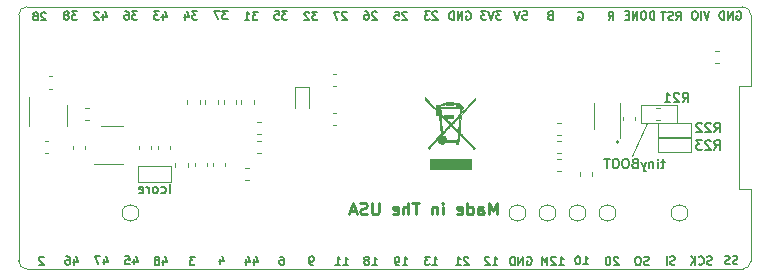
<source format=gbo>
%TF.GenerationSoftware,KiCad,Pcbnew,(5.1.6)-1*%
%TF.CreationDate,2020-07-09T16:11:48-07:00*%
%TF.ProjectId,UPduino_v3.0,55506475-696e-46f5-9f76-332e302e6b69,3.0*%
%TF.SameCoordinates,Original*%
%TF.FileFunction,Legend,Bot*%
%TF.FilePolarity,Positive*%
%FSLAX46Y46*%
G04 Gerber Fmt 4.6, Leading zero omitted, Abs format (unit mm)*
G04 Created by KiCad (PCBNEW (5.1.6)-1) date 2020-07-09 16:11:48*
%MOMM*%
%LPD*%
G01*
G04 APERTURE LIST*
%ADD10C,0.250000*%
%ADD11C,0.127000*%
%TA.AperFunction,Profile*%
%ADD12C,0.050000*%
%TD*%
%ADD13C,0.120000*%
%ADD14C,0.150000*%
%ADD15C,0.010000*%
G04 APERTURE END LIST*
D10*
X140480476Y-95372380D02*
X140480476Y-94372380D01*
X140147142Y-95086666D01*
X139813809Y-94372380D01*
X139813809Y-95372380D01*
X138909047Y-95372380D02*
X138909047Y-94848571D01*
X138956666Y-94753333D01*
X139051904Y-94705714D01*
X139242380Y-94705714D01*
X139337619Y-94753333D01*
X138909047Y-95324761D02*
X139004285Y-95372380D01*
X139242380Y-95372380D01*
X139337619Y-95324761D01*
X139385238Y-95229523D01*
X139385238Y-95134285D01*
X139337619Y-95039047D01*
X139242380Y-94991428D01*
X139004285Y-94991428D01*
X138909047Y-94943809D01*
X138004285Y-95372380D02*
X138004285Y-94372380D01*
X138004285Y-95324761D02*
X138099523Y-95372380D01*
X138290000Y-95372380D01*
X138385238Y-95324761D01*
X138432857Y-95277142D01*
X138480476Y-95181904D01*
X138480476Y-94896190D01*
X138432857Y-94800952D01*
X138385238Y-94753333D01*
X138290000Y-94705714D01*
X138099523Y-94705714D01*
X138004285Y-94753333D01*
X137147142Y-95324761D02*
X137242380Y-95372380D01*
X137432857Y-95372380D01*
X137528095Y-95324761D01*
X137575714Y-95229523D01*
X137575714Y-94848571D01*
X137528095Y-94753333D01*
X137432857Y-94705714D01*
X137242380Y-94705714D01*
X137147142Y-94753333D01*
X137099523Y-94848571D01*
X137099523Y-94943809D01*
X137575714Y-95039047D01*
X135909047Y-95372380D02*
X135909047Y-94705714D01*
X135909047Y-94372380D02*
X135956666Y-94420000D01*
X135909047Y-94467619D01*
X135861428Y-94420000D01*
X135909047Y-94372380D01*
X135909047Y-94467619D01*
X135432857Y-94705714D02*
X135432857Y-95372380D01*
X135432857Y-94800952D02*
X135385238Y-94753333D01*
X135290000Y-94705714D01*
X135147142Y-94705714D01*
X135051904Y-94753333D01*
X135004285Y-94848571D01*
X135004285Y-95372380D01*
X133909047Y-94372380D02*
X133337619Y-94372380D01*
X133623333Y-95372380D02*
X133623333Y-94372380D01*
X133004285Y-95372380D02*
X133004285Y-94372380D01*
X132575714Y-95372380D02*
X132575714Y-94848571D01*
X132623333Y-94753333D01*
X132718571Y-94705714D01*
X132861428Y-94705714D01*
X132956666Y-94753333D01*
X133004285Y-94800952D01*
X131718571Y-95324761D02*
X131813809Y-95372380D01*
X132004285Y-95372380D01*
X132099523Y-95324761D01*
X132147142Y-95229523D01*
X132147142Y-94848571D01*
X132099523Y-94753333D01*
X132004285Y-94705714D01*
X131813809Y-94705714D01*
X131718571Y-94753333D01*
X131670952Y-94848571D01*
X131670952Y-94943809D01*
X132147142Y-95039047D01*
X130480476Y-94372380D02*
X130480476Y-95181904D01*
X130432857Y-95277142D01*
X130385238Y-95324761D01*
X130290000Y-95372380D01*
X130099523Y-95372380D01*
X130004285Y-95324761D01*
X129956666Y-95277142D01*
X129909047Y-95181904D01*
X129909047Y-94372380D01*
X129480476Y-95324761D02*
X129337619Y-95372380D01*
X129099523Y-95372380D01*
X129004285Y-95324761D01*
X128956666Y-95277142D01*
X128909047Y-95181904D01*
X128909047Y-95086666D01*
X128956666Y-94991428D01*
X129004285Y-94943809D01*
X129099523Y-94896190D01*
X129290000Y-94848571D01*
X129385238Y-94800952D01*
X129432857Y-94753333D01*
X129480476Y-94658095D01*
X129480476Y-94562857D01*
X129432857Y-94467619D01*
X129385238Y-94420000D01*
X129290000Y-94372380D01*
X129051904Y-94372380D01*
X128909047Y-94420000D01*
X128528095Y-95086666D02*
X128051904Y-95086666D01*
X128623333Y-95372380D02*
X128290000Y-94372380D01*
X127956666Y-95372380D01*
D11*
X130313333Y-78253333D02*
X130280000Y-78220000D01*
X130213333Y-78186666D01*
X130046666Y-78186666D01*
X129980000Y-78220000D01*
X129946666Y-78253333D01*
X129913333Y-78320000D01*
X129913333Y-78386666D01*
X129946666Y-78486666D01*
X130346666Y-78886666D01*
X129913333Y-78886666D01*
X129313333Y-78186666D02*
X129446666Y-78186666D01*
X129513333Y-78220000D01*
X129546666Y-78253333D01*
X129613333Y-78353333D01*
X129646666Y-78486666D01*
X129646666Y-78753333D01*
X129613333Y-78820000D01*
X129580000Y-78853333D01*
X129513333Y-78886666D01*
X129380000Y-78886666D01*
X129313333Y-78853333D01*
X129280000Y-78820000D01*
X129246666Y-78753333D01*
X129246666Y-78586666D01*
X129280000Y-78520000D01*
X129313333Y-78486666D01*
X129380000Y-78453333D01*
X129513333Y-78453333D01*
X129580000Y-78486666D01*
X129613333Y-78520000D01*
X129646666Y-78586666D01*
X102303333Y-78308333D02*
X102270000Y-78275000D01*
X102203333Y-78241666D01*
X102036666Y-78241666D01*
X101970000Y-78275000D01*
X101936666Y-78308333D01*
X101903333Y-78375000D01*
X101903333Y-78441666D01*
X101936666Y-78541666D01*
X102336666Y-78941666D01*
X101903333Y-78941666D01*
X101503333Y-78541666D02*
X101570000Y-78508333D01*
X101603333Y-78475000D01*
X101636666Y-78408333D01*
X101636666Y-78375000D01*
X101603333Y-78308333D01*
X101570000Y-78275000D01*
X101503333Y-78241666D01*
X101370000Y-78241666D01*
X101303333Y-78275000D01*
X101270000Y-78308333D01*
X101236666Y-78375000D01*
X101236666Y-78408333D01*
X101270000Y-78475000D01*
X101303333Y-78508333D01*
X101370000Y-78541666D01*
X101503333Y-78541666D01*
X101570000Y-78575000D01*
X101603333Y-78608333D01*
X101636666Y-78675000D01*
X101636666Y-78808333D01*
X101603333Y-78875000D01*
X101570000Y-78908333D01*
X101503333Y-78941666D01*
X101370000Y-78941666D01*
X101303333Y-78908333D01*
X101270000Y-78875000D01*
X101236666Y-78808333D01*
X101236666Y-78675000D01*
X101270000Y-78608333D01*
X101303333Y-78575000D01*
X101370000Y-78541666D01*
X147396666Y-78260000D02*
X147463333Y-78226666D01*
X147563333Y-78226666D01*
X147663333Y-78260000D01*
X147730000Y-78326666D01*
X147763333Y-78393333D01*
X147796666Y-78526666D01*
X147796666Y-78626666D01*
X147763333Y-78760000D01*
X147730000Y-78826666D01*
X147663333Y-78893333D01*
X147563333Y-78926666D01*
X147496666Y-78926666D01*
X147396666Y-78893333D01*
X147363333Y-78860000D01*
X147363333Y-78626666D01*
X147496666Y-78626666D01*
X135433333Y-78253333D02*
X135400000Y-78220000D01*
X135333333Y-78186666D01*
X135166666Y-78186666D01*
X135100000Y-78220000D01*
X135066666Y-78253333D01*
X135033333Y-78320000D01*
X135033333Y-78386666D01*
X135066666Y-78486666D01*
X135466666Y-78886666D01*
X135033333Y-78886666D01*
X134800000Y-78186666D02*
X134366666Y-78186666D01*
X134600000Y-78453333D01*
X134500000Y-78453333D01*
X134433333Y-78486666D01*
X134400000Y-78520000D01*
X134366666Y-78586666D01*
X134366666Y-78753333D01*
X134400000Y-78820000D01*
X134433333Y-78853333D01*
X134500000Y-78886666D01*
X134700000Y-78886666D01*
X134766666Y-78853333D01*
X134800000Y-78820000D01*
X142668333Y-78186666D02*
X143001666Y-78186666D01*
X143035000Y-78520000D01*
X143001666Y-78486666D01*
X142935000Y-78453333D01*
X142768333Y-78453333D01*
X142701666Y-78486666D01*
X142668333Y-78520000D01*
X142635000Y-78586666D01*
X142635000Y-78753333D01*
X142668333Y-78820000D01*
X142701666Y-78853333D01*
X142768333Y-78886666D01*
X142935000Y-78886666D01*
X143001666Y-78853333D01*
X143035000Y-78820000D01*
X142435000Y-78186666D02*
X142201666Y-78886666D01*
X141968333Y-78186666D01*
X155663333Y-78906666D02*
X155896666Y-78573333D01*
X156063333Y-78906666D02*
X156063333Y-78206666D01*
X155796666Y-78206666D01*
X155730000Y-78240000D01*
X155696666Y-78273333D01*
X155663333Y-78340000D01*
X155663333Y-78440000D01*
X155696666Y-78506666D01*
X155730000Y-78540000D01*
X155796666Y-78573333D01*
X156063333Y-78573333D01*
X155396666Y-78873333D02*
X155296666Y-78906666D01*
X155130000Y-78906666D01*
X155063333Y-78873333D01*
X155030000Y-78840000D01*
X154996666Y-78773333D01*
X154996666Y-78706666D01*
X155030000Y-78640000D01*
X155063333Y-78606666D01*
X155130000Y-78573333D01*
X155263333Y-78540000D01*
X155330000Y-78506666D01*
X155363333Y-78473333D01*
X155396666Y-78406666D01*
X155396666Y-78340000D01*
X155363333Y-78273333D01*
X155330000Y-78240000D01*
X155263333Y-78206666D01*
X155096666Y-78206666D01*
X154996666Y-78240000D01*
X154796666Y-78206666D02*
X154396666Y-78206666D01*
X154596666Y-78906666D02*
X154596666Y-78206666D01*
X144985000Y-78520000D02*
X144885000Y-78553333D01*
X144851666Y-78586666D01*
X144818333Y-78653333D01*
X144818333Y-78753333D01*
X144851666Y-78820000D01*
X144885000Y-78853333D01*
X144951666Y-78886666D01*
X145218333Y-78886666D01*
X145218333Y-78186666D01*
X144985000Y-78186666D01*
X144918333Y-78220000D01*
X144885000Y-78253333D01*
X144851666Y-78320000D01*
X144851666Y-78386666D01*
X144885000Y-78453333D01*
X144918333Y-78486666D01*
X144985000Y-78520000D01*
X145218333Y-78520000D01*
X127763333Y-78263333D02*
X127730000Y-78230000D01*
X127663333Y-78196666D01*
X127496666Y-78196666D01*
X127430000Y-78230000D01*
X127396666Y-78263333D01*
X127363333Y-78330000D01*
X127363333Y-78396666D01*
X127396666Y-78496666D01*
X127796666Y-78896666D01*
X127363333Y-78896666D01*
X127130000Y-78196666D02*
X126663333Y-78196666D01*
X126963333Y-78896666D01*
X117686666Y-78156666D02*
X117253333Y-78156666D01*
X117486666Y-78423333D01*
X117386666Y-78423333D01*
X117320000Y-78456666D01*
X117286666Y-78490000D01*
X117253333Y-78556666D01*
X117253333Y-78723333D01*
X117286666Y-78790000D01*
X117320000Y-78823333D01*
X117386666Y-78856666D01*
X117586666Y-78856666D01*
X117653333Y-78823333D01*
X117686666Y-78790000D01*
X117020000Y-78156666D02*
X116553333Y-78156666D01*
X116853333Y-78856666D01*
X160803333Y-78210000D02*
X160870000Y-78176666D01*
X160970000Y-78176666D01*
X161070000Y-78210000D01*
X161136666Y-78276666D01*
X161170000Y-78343333D01*
X161203333Y-78476666D01*
X161203333Y-78576666D01*
X161170000Y-78710000D01*
X161136666Y-78776666D01*
X161070000Y-78843333D01*
X160970000Y-78876666D01*
X160903333Y-78876666D01*
X160803333Y-78843333D01*
X160770000Y-78810000D01*
X160770000Y-78576666D01*
X160903333Y-78576666D01*
X160470000Y-78876666D02*
X160470000Y-78176666D01*
X160070000Y-78876666D01*
X160070000Y-78176666D01*
X159736666Y-78876666D02*
X159736666Y-78176666D01*
X159570000Y-78176666D01*
X159470000Y-78210000D01*
X159403333Y-78276666D01*
X159370000Y-78343333D01*
X159336666Y-78476666D01*
X159336666Y-78576666D01*
X159370000Y-78710000D01*
X159403333Y-78776666D01*
X159470000Y-78843333D01*
X159570000Y-78876666D01*
X159736666Y-78876666D01*
X149943333Y-78916666D02*
X150176666Y-78583333D01*
X150343333Y-78916666D02*
X150343333Y-78216666D01*
X150076666Y-78216666D01*
X150010000Y-78250000D01*
X149976666Y-78283333D01*
X149943333Y-78350000D01*
X149943333Y-78450000D01*
X149976666Y-78516666D01*
X150010000Y-78550000D01*
X150076666Y-78583333D01*
X150343333Y-78583333D01*
X120236666Y-78206666D02*
X119803333Y-78206666D01*
X120036666Y-78473333D01*
X119936666Y-78473333D01*
X119870000Y-78506666D01*
X119836666Y-78540000D01*
X119803333Y-78606666D01*
X119803333Y-78773333D01*
X119836666Y-78840000D01*
X119870000Y-78873333D01*
X119936666Y-78906666D01*
X120136666Y-78906666D01*
X120203333Y-78873333D01*
X120236666Y-78840000D01*
X119136666Y-78906666D02*
X119536666Y-78906666D01*
X119336666Y-78906666D02*
X119336666Y-78206666D01*
X119403333Y-78306666D01*
X119470000Y-78373333D01*
X119536666Y-78406666D01*
X132883333Y-78263333D02*
X132850000Y-78230000D01*
X132783333Y-78196666D01*
X132616666Y-78196666D01*
X132550000Y-78230000D01*
X132516666Y-78263333D01*
X132483333Y-78330000D01*
X132483333Y-78396666D01*
X132516666Y-78496666D01*
X132916666Y-78896666D01*
X132483333Y-78896666D01*
X131850000Y-78196666D02*
X132183333Y-78196666D01*
X132216666Y-78530000D01*
X132183333Y-78496666D01*
X132116666Y-78463333D01*
X131950000Y-78463333D01*
X131883333Y-78496666D01*
X131850000Y-78530000D01*
X131816666Y-78596666D01*
X131816666Y-78763333D01*
X131850000Y-78830000D01*
X131883333Y-78863333D01*
X131950000Y-78896666D01*
X132116666Y-78896666D01*
X132183333Y-78863333D01*
X132216666Y-78830000D01*
X153823333Y-78876666D02*
X153823333Y-78176666D01*
X153656666Y-78176666D01*
X153556666Y-78210000D01*
X153490000Y-78276666D01*
X153456666Y-78343333D01*
X153423333Y-78476666D01*
X153423333Y-78576666D01*
X153456666Y-78710000D01*
X153490000Y-78776666D01*
X153556666Y-78843333D01*
X153656666Y-78876666D01*
X153823333Y-78876666D01*
X152990000Y-78176666D02*
X152856666Y-78176666D01*
X152790000Y-78210000D01*
X152723333Y-78276666D01*
X152690000Y-78410000D01*
X152690000Y-78643333D01*
X152723333Y-78776666D01*
X152790000Y-78843333D01*
X152856666Y-78876666D01*
X152990000Y-78876666D01*
X153056666Y-78843333D01*
X153123333Y-78776666D01*
X153156666Y-78643333D01*
X153156666Y-78410000D01*
X153123333Y-78276666D01*
X153056666Y-78210000D01*
X152990000Y-78176666D01*
X152390000Y-78876666D02*
X152390000Y-78176666D01*
X151990000Y-78876666D01*
X151990000Y-78176666D01*
X151656666Y-78510000D02*
X151423333Y-78510000D01*
X151323333Y-78876666D02*
X151656666Y-78876666D01*
X151656666Y-78176666D01*
X151323333Y-78176666D01*
X110036666Y-78176666D02*
X109603333Y-78176666D01*
X109836666Y-78443333D01*
X109736666Y-78443333D01*
X109670000Y-78476666D01*
X109636666Y-78510000D01*
X109603333Y-78576666D01*
X109603333Y-78743333D01*
X109636666Y-78810000D01*
X109670000Y-78843333D01*
X109736666Y-78876666D01*
X109936666Y-78876666D01*
X110003333Y-78843333D01*
X110036666Y-78810000D01*
X109003333Y-78176666D02*
X109136666Y-78176666D01*
X109203333Y-78210000D01*
X109236666Y-78243333D01*
X109303333Y-78343333D01*
X109336666Y-78476666D01*
X109336666Y-78743333D01*
X109303333Y-78810000D01*
X109270000Y-78843333D01*
X109203333Y-78876666D01*
X109070000Y-78876666D01*
X109003333Y-78843333D01*
X108970000Y-78810000D01*
X108936666Y-78743333D01*
X108936666Y-78576666D01*
X108970000Y-78510000D01*
X109003333Y-78476666D01*
X109070000Y-78443333D01*
X109203333Y-78443333D01*
X109270000Y-78476666D01*
X109303333Y-78510000D01*
X109336666Y-78576666D01*
X104936666Y-78186666D02*
X104503333Y-78186666D01*
X104736666Y-78453333D01*
X104636666Y-78453333D01*
X104570000Y-78486666D01*
X104536666Y-78520000D01*
X104503333Y-78586666D01*
X104503333Y-78753333D01*
X104536666Y-78820000D01*
X104570000Y-78853333D01*
X104636666Y-78886666D01*
X104836666Y-78886666D01*
X104903333Y-78853333D01*
X104936666Y-78820000D01*
X104103333Y-78486666D02*
X104170000Y-78453333D01*
X104203333Y-78420000D01*
X104236666Y-78353333D01*
X104236666Y-78320000D01*
X104203333Y-78253333D01*
X104170000Y-78220000D01*
X104103333Y-78186666D01*
X103970000Y-78186666D01*
X103903333Y-78220000D01*
X103870000Y-78253333D01*
X103836666Y-78320000D01*
X103836666Y-78353333D01*
X103870000Y-78420000D01*
X103903333Y-78453333D01*
X103970000Y-78486666D01*
X104103333Y-78486666D01*
X104170000Y-78520000D01*
X104203333Y-78553333D01*
X104236666Y-78620000D01*
X104236666Y-78753333D01*
X104203333Y-78820000D01*
X104170000Y-78853333D01*
X104103333Y-78886666D01*
X103970000Y-78886666D01*
X103903333Y-78853333D01*
X103870000Y-78820000D01*
X103836666Y-78753333D01*
X103836666Y-78620000D01*
X103870000Y-78553333D01*
X103903333Y-78520000D01*
X103970000Y-78486666D01*
X122736666Y-78166666D02*
X122303333Y-78166666D01*
X122536666Y-78433333D01*
X122436666Y-78433333D01*
X122370000Y-78466666D01*
X122336666Y-78500000D01*
X122303333Y-78566666D01*
X122303333Y-78733333D01*
X122336666Y-78800000D01*
X122370000Y-78833333D01*
X122436666Y-78866666D01*
X122636666Y-78866666D01*
X122703333Y-78833333D01*
X122736666Y-78800000D01*
X121670000Y-78166666D02*
X122003333Y-78166666D01*
X122036666Y-78500000D01*
X122003333Y-78466666D01*
X121936666Y-78433333D01*
X121770000Y-78433333D01*
X121703333Y-78466666D01*
X121670000Y-78500000D01*
X121636666Y-78566666D01*
X121636666Y-78733333D01*
X121670000Y-78800000D01*
X121703333Y-78833333D01*
X121770000Y-78866666D01*
X121936666Y-78866666D01*
X122003333Y-78833333D01*
X122036666Y-78800000D01*
X115126666Y-78176666D02*
X114693333Y-78176666D01*
X114926666Y-78443333D01*
X114826666Y-78443333D01*
X114760000Y-78476666D01*
X114726666Y-78510000D01*
X114693333Y-78576666D01*
X114693333Y-78743333D01*
X114726666Y-78810000D01*
X114760000Y-78843333D01*
X114826666Y-78876666D01*
X115026666Y-78876666D01*
X115093333Y-78843333D01*
X115126666Y-78810000D01*
X114093333Y-78410000D02*
X114093333Y-78876666D01*
X114260000Y-78143333D02*
X114426666Y-78643333D01*
X113993333Y-78643333D01*
X107110000Y-78440000D02*
X107110000Y-78906666D01*
X107276666Y-78173333D02*
X107443333Y-78673333D01*
X107010000Y-78673333D01*
X106776666Y-78273333D02*
X106743333Y-78240000D01*
X106676666Y-78206666D01*
X106510000Y-78206666D01*
X106443333Y-78240000D01*
X106410000Y-78273333D01*
X106376666Y-78340000D01*
X106376666Y-78406666D01*
X106410000Y-78506666D01*
X106810000Y-78906666D01*
X106376666Y-78906666D01*
X125286666Y-78206666D02*
X124853333Y-78206666D01*
X125086666Y-78473333D01*
X124986666Y-78473333D01*
X124920000Y-78506666D01*
X124886666Y-78540000D01*
X124853333Y-78606666D01*
X124853333Y-78773333D01*
X124886666Y-78840000D01*
X124920000Y-78873333D01*
X124986666Y-78906666D01*
X125186666Y-78906666D01*
X125253333Y-78873333D01*
X125286666Y-78840000D01*
X124586666Y-78273333D02*
X124553333Y-78240000D01*
X124486666Y-78206666D01*
X124320000Y-78206666D01*
X124253333Y-78240000D01*
X124220000Y-78273333D01*
X124186666Y-78340000D01*
X124186666Y-78406666D01*
X124220000Y-78506666D01*
X124620000Y-78906666D01*
X124186666Y-78906666D01*
X158486666Y-78166666D02*
X158253333Y-78866666D01*
X158020000Y-78166666D01*
X157786666Y-78866666D02*
X157786666Y-78166666D01*
X157320000Y-78166666D02*
X157186666Y-78166666D01*
X157120000Y-78200000D01*
X157053333Y-78266666D01*
X157020000Y-78400000D01*
X157020000Y-78633333D01*
X157053333Y-78766666D01*
X157120000Y-78833333D01*
X157186666Y-78866666D01*
X157320000Y-78866666D01*
X157386666Y-78833333D01*
X157453333Y-78766666D01*
X157486666Y-78633333D01*
X157486666Y-78400000D01*
X157453333Y-78266666D01*
X157386666Y-78200000D01*
X157320000Y-78166666D01*
X112190000Y-78420000D02*
X112190000Y-78886666D01*
X112356666Y-78153333D02*
X112523333Y-78653333D01*
X112090000Y-78653333D01*
X111890000Y-78186666D02*
X111456666Y-78186666D01*
X111690000Y-78453333D01*
X111590000Y-78453333D01*
X111523333Y-78486666D01*
X111490000Y-78520000D01*
X111456666Y-78586666D01*
X111456666Y-78753333D01*
X111490000Y-78820000D01*
X111523333Y-78853333D01*
X111590000Y-78886666D01*
X111790000Y-78886666D01*
X111856666Y-78853333D01*
X111890000Y-78820000D01*
X137903333Y-78220000D02*
X137970000Y-78186666D01*
X138070000Y-78186666D01*
X138170000Y-78220000D01*
X138236666Y-78286666D01*
X138270000Y-78353333D01*
X138303333Y-78486666D01*
X138303333Y-78586666D01*
X138270000Y-78720000D01*
X138236666Y-78786666D01*
X138170000Y-78853333D01*
X138070000Y-78886666D01*
X138003333Y-78886666D01*
X137903333Y-78853333D01*
X137870000Y-78820000D01*
X137870000Y-78586666D01*
X138003333Y-78586666D01*
X137570000Y-78886666D02*
X137570000Y-78186666D01*
X137170000Y-78886666D01*
X137170000Y-78186666D01*
X136836666Y-78886666D02*
X136836666Y-78186666D01*
X136670000Y-78186666D01*
X136570000Y-78220000D01*
X136503333Y-78286666D01*
X136470000Y-78353333D01*
X136436666Y-78486666D01*
X136436666Y-78586666D01*
X136470000Y-78720000D01*
X136503333Y-78786666D01*
X136570000Y-78853333D01*
X136670000Y-78886666D01*
X136836666Y-78886666D01*
X140876666Y-78186666D02*
X140443333Y-78186666D01*
X140676666Y-78453333D01*
X140576666Y-78453333D01*
X140510000Y-78486666D01*
X140476666Y-78520000D01*
X140443333Y-78586666D01*
X140443333Y-78753333D01*
X140476666Y-78820000D01*
X140510000Y-78853333D01*
X140576666Y-78886666D01*
X140776666Y-78886666D01*
X140843333Y-78853333D01*
X140876666Y-78820000D01*
X140243333Y-78186666D02*
X140010000Y-78886666D01*
X139776666Y-78186666D01*
X139610000Y-78186666D02*
X139176666Y-78186666D01*
X139410000Y-78453333D01*
X139310000Y-78453333D01*
X139243333Y-78486666D01*
X139210000Y-78520000D01*
X139176666Y-78586666D01*
X139176666Y-78753333D01*
X139210000Y-78820000D01*
X139243333Y-78853333D01*
X139310000Y-78886666D01*
X139510000Y-78886666D01*
X139576666Y-78853333D01*
X139610000Y-78820000D01*
X119910000Y-99180000D02*
X119910000Y-99646666D01*
X120076666Y-98913333D02*
X120243333Y-99413333D01*
X119810000Y-99413333D01*
X119243333Y-99180000D02*
X119243333Y-99646666D01*
X119410000Y-98913333D02*
X119576666Y-99413333D01*
X119143333Y-99413333D01*
X124913333Y-99626666D02*
X124780000Y-99626666D01*
X124713333Y-99593333D01*
X124680000Y-99560000D01*
X124613333Y-99460000D01*
X124580000Y-99326666D01*
X124580000Y-99060000D01*
X124613333Y-98993333D01*
X124646666Y-98960000D01*
X124713333Y-98926666D01*
X124846666Y-98926666D01*
X124913333Y-98960000D01*
X124946666Y-98993333D01*
X124980000Y-99060000D01*
X124980000Y-99226666D01*
X124946666Y-99293333D01*
X124913333Y-99326666D01*
X124846666Y-99360000D01*
X124713333Y-99360000D01*
X124646666Y-99326666D01*
X124613333Y-99293333D01*
X124580000Y-99226666D01*
X112250000Y-99190000D02*
X112250000Y-99656666D01*
X112416666Y-98923333D02*
X112583333Y-99423333D01*
X112150000Y-99423333D01*
X111783333Y-99256666D02*
X111850000Y-99223333D01*
X111883333Y-99190000D01*
X111916666Y-99123333D01*
X111916666Y-99090000D01*
X111883333Y-99023333D01*
X111850000Y-98990000D01*
X111783333Y-98956666D01*
X111650000Y-98956666D01*
X111583333Y-98990000D01*
X111550000Y-99023333D01*
X111516666Y-99090000D01*
X111516666Y-99123333D01*
X111550000Y-99190000D01*
X111583333Y-99223333D01*
X111650000Y-99256666D01*
X111783333Y-99256666D01*
X111850000Y-99290000D01*
X111883333Y-99323333D01*
X111916666Y-99390000D01*
X111916666Y-99523333D01*
X111883333Y-99590000D01*
X111850000Y-99623333D01*
X111783333Y-99656666D01*
X111650000Y-99656666D01*
X111583333Y-99623333D01*
X111550000Y-99590000D01*
X111516666Y-99523333D01*
X111516666Y-99390000D01*
X111550000Y-99323333D01*
X111583333Y-99290000D01*
X111650000Y-99256666D01*
X138083333Y-99023333D02*
X138050000Y-98990000D01*
X137983333Y-98956666D01*
X137816666Y-98956666D01*
X137750000Y-98990000D01*
X137716666Y-99023333D01*
X137683333Y-99090000D01*
X137683333Y-99156666D01*
X137716666Y-99256666D01*
X138116666Y-99656666D01*
X137683333Y-99656666D01*
X137016666Y-99656666D02*
X137416666Y-99656666D01*
X137216666Y-99656666D02*
X137216666Y-98956666D01*
X137283333Y-99056666D01*
X137350000Y-99123333D01*
X137416666Y-99156666D01*
X114903333Y-98956666D02*
X114470000Y-98956666D01*
X114703333Y-99223333D01*
X114603333Y-99223333D01*
X114536666Y-99256666D01*
X114503333Y-99290000D01*
X114470000Y-99356666D01*
X114470000Y-99523333D01*
X114503333Y-99590000D01*
X114536666Y-99623333D01*
X114603333Y-99656666D01*
X114803333Y-99656666D01*
X114870000Y-99623333D01*
X114903333Y-99590000D01*
X109740000Y-99140000D02*
X109740000Y-99606666D01*
X109906666Y-98873333D02*
X110073333Y-99373333D01*
X109640000Y-99373333D01*
X109040000Y-98906666D02*
X109373333Y-98906666D01*
X109406666Y-99240000D01*
X109373333Y-99206666D01*
X109306666Y-99173333D01*
X109140000Y-99173333D01*
X109073333Y-99206666D01*
X109040000Y-99240000D01*
X109006666Y-99306666D01*
X109006666Y-99473333D01*
X109040000Y-99540000D01*
X109073333Y-99573333D01*
X109140000Y-99606666D01*
X109306666Y-99606666D01*
X109373333Y-99573333D01*
X109406666Y-99540000D01*
X132513333Y-99666666D02*
X132913333Y-99666666D01*
X132713333Y-99666666D02*
X132713333Y-98966666D01*
X132780000Y-99066666D01*
X132846666Y-99133333D01*
X132913333Y-99166666D01*
X132180000Y-99666666D02*
X132046666Y-99666666D01*
X131980000Y-99633333D01*
X131946666Y-99600000D01*
X131880000Y-99500000D01*
X131846666Y-99366666D01*
X131846666Y-99100000D01*
X131880000Y-99033333D01*
X131913333Y-99000000D01*
X131980000Y-98966666D01*
X132113333Y-98966666D01*
X132180000Y-99000000D01*
X132213333Y-99033333D01*
X132246666Y-99100000D01*
X132246666Y-99266666D01*
X132213333Y-99333333D01*
X132180000Y-99366666D01*
X132113333Y-99400000D01*
X131980000Y-99400000D01*
X131913333Y-99366666D01*
X131880000Y-99333333D01*
X131846666Y-99266666D01*
X107210000Y-99140000D02*
X107210000Y-99606666D01*
X107376666Y-98873333D02*
X107543333Y-99373333D01*
X107110000Y-99373333D01*
X106910000Y-98906666D02*
X106443333Y-98906666D01*
X106743333Y-99606666D01*
X104680000Y-99160000D02*
X104680000Y-99626666D01*
X104846666Y-98893333D02*
X105013333Y-99393333D01*
X104580000Y-99393333D01*
X104013333Y-98926666D02*
X104146666Y-98926666D01*
X104213333Y-98960000D01*
X104246666Y-98993333D01*
X104313333Y-99093333D01*
X104346666Y-99226666D01*
X104346666Y-99493333D01*
X104313333Y-99560000D01*
X104280000Y-99593333D01*
X104213333Y-99626666D01*
X104080000Y-99626666D01*
X104013333Y-99593333D01*
X103980000Y-99560000D01*
X103946666Y-99493333D01*
X103946666Y-99326666D01*
X103980000Y-99260000D01*
X104013333Y-99226666D01*
X104080000Y-99193333D01*
X104213333Y-99193333D01*
X104280000Y-99226666D01*
X104313333Y-99260000D01*
X104346666Y-99326666D01*
X140133333Y-99646666D02*
X140533333Y-99646666D01*
X140333333Y-99646666D02*
X140333333Y-98946666D01*
X140400000Y-99046666D01*
X140466666Y-99113333D01*
X140533333Y-99146666D01*
X139866666Y-99013333D02*
X139833333Y-98980000D01*
X139766666Y-98946666D01*
X139600000Y-98946666D01*
X139533333Y-98980000D01*
X139500000Y-99013333D01*
X139466666Y-99080000D01*
X139466666Y-99146666D01*
X139500000Y-99246666D01*
X139900000Y-99646666D01*
X139466666Y-99646666D01*
X129943333Y-99646666D02*
X130343333Y-99646666D01*
X130143333Y-99646666D02*
X130143333Y-98946666D01*
X130210000Y-99046666D01*
X130276666Y-99113333D01*
X130343333Y-99146666D01*
X129543333Y-99246666D02*
X129610000Y-99213333D01*
X129643333Y-99180000D01*
X129676666Y-99113333D01*
X129676666Y-99080000D01*
X129643333Y-99013333D01*
X129610000Y-98980000D01*
X129543333Y-98946666D01*
X129410000Y-98946666D01*
X129343333Y-98980000D01*
X129310000Y-99013333D01*
X129276666Y-99080000D01*
X129276666Y-99113333D01*
X129310000Y-99180000D01*
X129343333Y-99213333D01*
X129410000Y-99246666D01*
X129543333Y-99246666D01*
X129610000Y-99280000D01*
X129643333Y-99313333D01*
X129676666Y-99380000D01*
X129676666Y-99513333D01*
X129643333Y-99580000D01*
X129610000Y-99613333D01*
X129543333Y-99646666D01*
X129410000Y-99646666D01*
X129343333Y-99613333D01*
X129310000Y-99580000D01*
X129276666Y-99513333D01*
X129276666Y-99380000D01*
X129310000Y-99313333D01*
X129343333Y-99280000D01*
X129410000Y-99246666D01*
X135033333Y-99636666D02*
X135433333Y-99636666D01*
X135233333Y-99636666D02*
X135233333Y-98936666D01*
X135300000Y-99036666D01*
X135366666Y-99103333D01*
X135433333Y-99136666D01*
X134800000Y-98936666D02*
X134366666Y-98936666D01*
X134600000Y-99203333D01*
X134500000Y-99203333D01*
X134433333Y-99236666D01*
X134400000Y-99270000D01*
X134366666Y-99336666D01*
X134366666Y-99503333D01*
X134400000Y-99570000D01*
X134433333Y-99603333D01*
X134500000Y-99636666D01*
X134700000Y-99636666D01*
X134766666Y-99603333D01*
X134800000Y-99570000D01*
X117026666Y-99120000D02*
X117026666Y-99586666D01*
X117193333Y-98853333D02*
X117360000Y-99353333D01*
X116926666Y-99353333D01*
X102130000Y-99013333D02*
X102096666Y-98980000D01*
X102030000Y-98946666D01*
X101863333Y-98946666D01*
X101796666Y-98980000D01*
X101763333Y-99013333D01*
X101730000Y-99080000D01*
X101730000Y-99146666D01*
X101763333Y-99246666D01*
X102163333Y-99646666D01*
X101730000Y-99646666D01*
X122146666Y-98936666D02*
X122280000Y-98936666D01*
X122346666Y-98970000D01*
X122380000Y-99003333D01*
X122446666Y-99103333D01*
X122480000Y-99236666D01*
X122480000Y-99503333D01*
X122446666Y-99570000D01*
X122413333Y-99603333D01*
X122346666Y-99636666D01*
X122213333Y-99636666D01*
X122146666Y-99603333D01*
X122113333Y-99570000D01*
X122080000Y-99503333D01*
X122080000Y-99336666D01*
X122113333Y-99270000D01*
X122146666Y-99236666D01*
X122213333Y-99203333D01*
X122346666Y-99203333D01*
X122413333Y-99236666D01*
X122446666Y-99270000D01*
X122480000Y-99336666D01*
X127483333Y-99636666D02*
X127883333Y-99636666D01*
X127683333Y-99636666D02*
X127683333Y-98936666D01*
X127750000Y-99036666D01*
X127816666Y-99103333D01*
X127883333Y-99136666D01*
X126816666Y-99636666D02*
X127216666Y-99636666D01*
X127016666Y-99636666D02*
X127016666Y-98936666D01*
X127083333Y-99036666D01*
X127150000Y-99103333D01*
X127216666Y-99136666D01*
X143053333Y-98980000D02*
X143120000Y-98946666D01*
X143220000Y-98946666D01*
X143320000Y-98980000D01*
X143386666Y-99046666D01*
X143420000Y-99113333D01*
X143453333Y-99246666D01*
X143453333Y-99346666D01*
X143420000Y-99480000D01*
X143386666Y-99546666D01*
X143320000Y-99613333D01*
X143220000Y-99646666D01*
X143153333Y-99646666D01*
X143053333Y-99613333D01*
X143020000Y-99580000D01*
X143020000Y-99346666D01*
X143153333Y-99346666D01*
X142720000Y-99646666D02*
X142720000Y-98946666D01*
X142320000Y-99646666D01*
X142320000Y-98946666D01*
X141986666Y-99646666D02*
X141986666Y-98946666D01*
X141820000Y-98946666D01*
X141720000Y-98980000D01*
X141653333Y-99046666D01*
X141620000Y-99113333D01*
X141586666Y-99246666D01*
X141586666Y-99346666D01*
X141620000Y-99480000D01*
X141653333Y-99546666D01*
X141720000Y-99613333D01*
X141820000Y-99646666D01*
X141986666Y-99646666D01*
X155556666Y-99593333D02*
X155456666Y-99626666D01*
X155290000Y-99626666D01*
X155223333Y-99593333D01*
X155190000Y-99560000D01*
X155156666Y-99493333D01*
X155156666Y-99426666D01*
X155190000Y-99360000D01*
X155223333Y-99326666D01*
X155290000Y-99293333D01*
X155423333Y-99260000D01*
X155490000Y-99226666D01*
X155523333Y-99193333D01*
X155556666Y-99126666D01*
X155556666Y-99060000D01*
X155523333Y-98993333D01*
X155490000Y-98960000D01*
X155423333Y-98926666D01*
X155256666Y-98926666D01*
X155156666Y-98960000D01*
X154856666Y-99626666D02*
X154856666Y-98926666D01*
X153336666Y-99613333D02*
X153236666Y-99646666D01*
X153070000Y-99646666D01*
X153003333Y-99613333D01*
X152970000Y-99580000D01*
X152936666Y-99513333D01*
X152936666Y-99446666D01*
X152970000Y-99380000D01*
X153003333Y-99346666D01*
X153070000Y-99313333D01*
X153203333Y-99280000D01*
X153270000Y-99246666D01*
X153303333Y-99213333D01*
X153336666Y-99146666D01*
X153336666Y-99080000D01*
X153303333Y-99013333D01*
X153270000Y-98980000D01*
X153203333Y-98946666D01*
X153036666Y-98946666D01*
X152936666Y-98980000D01*
X152503333Y-98946666D02*
X152370000Y-98946666D01*
X152303333Y-98980000D01*
X152236666Y-99046666D01*
X152203333Y-99180000D01*
X152203333Y-99413333D01*
X152236666Y-99546666D01*
X152303333Y-99613333D01*
X152370000Y-99646666D01*
X152503333Y-99646666D01*
X152570000Y-99613333D01*
X152636666Y-99546666D01*
X152670000Y-99413333D01*
X152670000Y-99180000D01*
X152636666Y-99046666D01*
X152570000Y-98980000D01*
X152503333Y-98946666D01*
X145733333Y-99636666D02*
X146133333Y-99636666D01*
X145933333Y-99636666D02*
X145933333Y-98936666D01*
X146000000Y-99036666D01*
X146066666Y-99103333D01*
X146133333Y-99136666D01*
X145466666Y-99003333D02*
X145433333Y-98970000D01*
X145366666Y-98936666D01*
X145200000Y-98936666D01*
X145133333Y-98970000D01*
X145100000Y-99003333D01*
X145066666Y-99070000D01*
X145066666Y-99136666D01*
X145100000Y-99236666D01*
X145500000Y-99636666D01*
X145066666Y-99636666D01*
X144766666Y-99636666D02*
X144766666Y-98936666D01*
X144533333Y-99436666D01*
X144300000Y-98936666D01*
X144300000Y-99636666D01*
X147813333Y-99606666D02*
X148213333Y-99606666D01*
X148013333Y-99606666D02*
X148013333Y-98906666D01*
X148080000Y-99006666D01*
X148146666Y-99073333D01*
X148213333Y-99106666D01*
X147380000Y-98906666D02*
X147313333Y-98906666D01*
X147246666Y-98940000D01*
X147213333Y-98973333D01*
X147180000Y-99040000D01*
X147146666Y-99173333D01*
X147146666Y-99340000D01*
X147180000Y-99473333D01*
X147213333Y-99540000D01*
X147246666Y-99573333D01*
X147313333Y-99606666D01*
X147380000Y-99606666D01*
X147446666Y-99573333D01*
X147480000Y-99540000D01*
X147513333Y-99473333D01*
X147546666Y-99340000D01*
X147546666Y-99173333D01*
X147513333Y-99040000D01*
X147480000Y-98973333D01*
X147446666Y-98940000D01*
X147380000Y-98906666D01*
X160863333Y-99543333D02*
X160763333Y-99576666D01*
X160596666Y-99576666D01*
X160530000Y-99543333D01*
X160496666Y-99510000D01*
X160463333Y-99443333D01*
X160463333Y-99376666D01*
X160496666Y-99310000D01*
X160530000Y-99276666D01*
X160596666Y-99243333D01*
X160730000Y-99210000D01*
X160796666Y-99176666D01*
X160830000Y-99143333D01*
X160863333Y-99076666D01*
X160863333Y-99010000D01*
X160830000Y-98943333D01*
X160796666Y-98910000D01*
X160730000Y-98876666D01*
X160563333Y-98876666D01*
X160463333Y-98910000D01*
X160196666Y-99543333D02*
X160096666Y-99576666D01*
X159930000Y-99576666D01*
X159863333Y-99543333D01*
X159830000Y-99510000D01*
X159796666Y-99443333D01*
X159796666Y-99376666D01*
X159830000Y-99310000D01*
X159863333Y-99276666D01*
X159930000Y-99243333D01*
X160063333Y-99210000D01*
X160130000Y-99176666D01*
X160163333Y-99143333D01*
X160196666Y-99076666D01*
X160196666Y-99010000D01*
X160163333Y-98943333D01*
X160130000Y-98910000D01*
X160063333Y-98876666D01*
X159896666Y-98876666D01*
X159796666Y-98910000D01*
X158690000Y-99583333D02*
X158590000Y-99616666D01*
X158423333Y-99616666D01*
X158356666Y-99583333D01*
X158323333Y-99550000D01*
X158290000Y-99483333D01*
X158290000Y-99416666D01*
X158323333Y-99350000D01*
X158356666Y-99316666D01*
X158423333Y-99283333D01*
X158556666Y-99250000D01*
X158623333Y-99216666D01*
X158656666Y-99183333D01*
X158690000Y-99116666D01*
X158690000Y-99050000D01*
X158656666Y-98983333D01*
X158623333Y-98950000D01*
X158556666Y-98916666D01*
X158390000Y-98916666D01*
X158290000Y-98950000D01*
X157590000Y-99550000D02*
X157623333Y-99583333D01*
X157723333Y-99616666D01*
X157790000Y-99616666D01*
X157890000Y-99583333D01*
X157956666Y-99516666D01*
X157990000Y-99450000D01*
X158023333Y-99316666D01*
X158023333Y-99216666D01*
X157990000Y-99083333D01*
X157956666Y-99016666D01*
X157890000Y-98950000D01*
X157790000Y-98916666D01*
X157723333Y-98916666D01*
X157623333Y-98950000D01*
X157590000Y-98983333D01*
X157290000Y-99616666D02*
X157290000Y-98916666D01*
X156890000Y-99616666D02*
X157190000Y-99216666D01*
X156890000Y-98916666D02*
X157290000Y-99316666D01*
X150773333Y-99023333D02*
X150740000Y-98990000D01*
X150673333Y-98956666D01*
X150506666Y-98956666D01*
X150440000Y-98990000D01*
X150406666Y-99023333D01*
X150373333Y-99090000D01*
X150373333Y-99156666D01*
X150406666Y-99256666D01*
X150806666Y-99656666D01*
X150373333Y-99656666D01*
X149940000Y-98956666D02*
X149873333Y-98956666D01*
X149806666Y-98990000D01*
X149773333Y-99023333D01*
X149740000Y-99090000D01*
X149706666Y-99223333D01*
X149706666Y-99390000D01*
X149740000Y-99523333D01*
X149773333Y-99590000D01*
X149806666Y-99623333D01*
X149873333Y-99656666D01*
X149940000Y-99656666D01*
X150006666Y-99623333D01*
X150040000Y-99590000D01*
X150073333Y-99523333D01*
X150106666Y-99390000D01*
X150106666Y-99223333D01*
X150073333Y-99090000D01*
X150040000Y-99023333D01*
X150006666Y-98990000D01*
X149940000Y-98956666D01*
D12*
X100000000Y-78480000D02*
G75*
G02*
X100700000Y-77780000I700000J0D01*
G01*
X161300000Y-77780000D02*
G75*
G02*
X162000000Y-78480000I0J-700000D01*
G01*
X162000000Y-99300000D02*
G75*
G02*
X161300000Y-100000000I-700000J0D01*
G01*
X100700000Y-100000000D02*
G75*
G02*
X100000000Y-99300000I0J700000D01*
G01*
D13*
X155702000Y-86106000D02*
X155702000Y-87630000D01*
X152654000Y-86106000D02*
X155702000Y-86106000D01*
X152654000Y-87630000D02*
X152654000Y-86106000D01*
X154100000Y-87600000D02*
X152654000Y-87630000D01*
X153162000Y-87630000D02*
X151892000Y-90424000D01*
D14*
X112801238Y-93561904D02*
X112801238Y-92761904D01*
X112077428Y-93523809D02*
X112153619Y-93561904D01*
X112306000Y-93561904D01*
X112382190Y-93523809D01*
X112420285Y-93485714D01*
X112458380Y-93409523D01*
X112458380Y-93180952D01*
X112420285Y-93104761D01*
X112382190Y-93066666D01*
X112306000Y-93028571D01*
X112153619Y-93028571D01*
X112077428Y-93066666D01*
X111620285Y-93561904D02*
X111696476Y-93523809D01*
X111734571Y-93485714D01*
X111772666Y-93409523D01*
X111772666Y-93180952D01*
X111734571Y-93104761D01*
X111696476Y-93066666D01*
X111620285Y-93028571D01*
X111506000Y-93028571D01*
X111429809Y-93066666D01*
X111391714Y-93104761D01*
X111353619Y-93180952D01*
X111353619Y-93409523D01*
X111391714Y-93485714D01*
X111429809Y-93523809D01*
X111506000Y-93561904D01*
X111620285Y-93561904D01*
X111010761Y-93561904D02*
X111010761Y-93028571D01*
X111010761Y-93180952D02*
X110972666Y-93104761D01*
X110934571Y-93066666D01*
X110858380Y-93028571D01*
X110782190Y-93028571D01*
X110210761Y-93523809D02*
X110286952Y-93561904D01*
X110439333Y-93561904D01*
X110515523Y-93523809D01*
X110553619Y-93447619D01*
X110553619Y-93142857D01*
X110515523Y-93066666D01*
X110439333Y-93028571D01*
X110286952Y-93028571D01*
X110210761Y-93066666D01*
X110172666Y-93142857D01*
X110172666Y-93219047D01*
X110553619Y-93295238D01*
X154702380Y-90928571D02*
X154397619Y-90928571D01*
X154588095Y-90661904D02*
X154588095Y-91347619D01*
X154550000Y-91423809D01*
X154473809Y-91461904D01*
X154397619Y-91461904D01*
X154130952Y-91461904D02*
X154130952Y-90928571D01*
X154130952Y-90661904D02*
X154169047Y-90700000D01*
X154130952Y-90738095D01*
X154092857Y-90700000D01*
X154130952Y-90661904D01*
X154130952Y-90738095D01*
X153750000Y-90928571D02*
X153750000Y-91461904D01*
X153750000Y-91004761D02*
X153711904Y-90966666D01*
X153635714Y-90928571D01*
X153521428Y-90928571D01*
X153445238Y-90966666D01*
X153407142Y-91042857D01*
X153407142Y-91461904D01*
X153102380Y-90928571D02*
X152911904Y-91461904D01*
X152721428Y-90928571D02*
X152911904Y-91461904D01*
X152988095Y-91652380D01*
X153026190Y-91690476D01*
X153102380Y-91728571D01*
X152150000Y-91042857D02*
X152035714Y-91080952D01*
X151997619Y-91119047D01*
X151959523Y-91195238D01*
X151959523Y-91309523D01*
X151997619Y-91385714D01*
X152035714Y-91423809D01*
X152111904Y-91461904D01*
X152416666Y-91461904D01*
X152416666Y-90661904D01*
X152150000Y-90661904D01*
X152073809Y-90700000D01*
X152035714Y-90738095D01*
X151997619Y-90814285D01*
X151997619Y-90890476D01*
X152035714Y-90966666D01*
X152073809Y-91004761D01*
X152150000Y-91042857D01*
X152416666Y-91042857D01*
X151464285Y-90661904D02*
X151311904Y-90661904D01*
X151235714Y-90700000D01*
X151159523Y-90776190D01*
X151121428Y-90928571D01*
X151121428Y-91195238D01*
X151159523Y-91347619D01*
X151235714Y-91423809D01*
X151311904Y-91461904D01*
X151464285Y-91461904D01*
X151540476Y-91423809D01*
X151616666Y-91347619D01*
X151654761Y-91195238D01*
X151654761Y-90928571D01*
X151616666Y-90776190D01*
X151540476Y-90700000D01*
X151464285Y-90661904D01*
X150626190Y-90661904D02*
X150473809Y-90661904D01*
X150397619Y-90700000D01*
X150321428Y-90776190D01*
X150283333Y-90928571D01*
X150283333Y-91195238D01*
X150321428Y-91347619D01*
X150397619Y-91423809D01*
X150473809Y-91461904D01*
X150626190Y-91461904D01*
X150702380Y-91423809D01*
X150778571Y-91347619D01*
X150816666Y-91195238D01*
X150816666Y-90928571D01*
X150778571Y-90776190D01*
X150702380Y-90700000D01*
X150626190Y-90661904D01*
X150054761Y-90661904D02*
X149597619Y-90661904D01*
X149826190Y-91461904D02*
X149826190Y-90661904D01*
D13*
X150850000Y-89250000D02*
G75*
G03*
X150850000Y-89250000I-125000J0D01*
G01*
D12*
X162000000Y-93200000D02*
X161000000Y-93200000D01*
X162000000Y-84500000D02*
X161000000Y-84500000D01*
X161000000Y-93200000D02*
X161000000Y-84500000D01*
X162000000Y-99300000D02*
X162000000Y-93200000D01*
X100000000Y-78480000D02*
X100000000Y-99300000D01*
X161300000Y-77780000D02*
X100700000Y-77780000D01*
X162000000Y-84500000D02*
X162000000Y-78480000D01*
X100700000Y-100000000D02*
X161300000Y-100000000D01*
D13*
X123388600Y-84540400D02*
X124588600Y-84540400D01*
X123388600Y-86390400D02*
X123388600Y-84540400D01*
X124588600Y-86390400D02*
X124588600Y-84540400D01*
D15*
G36*
X134792178Y-91507822D02*
G01*
X138312971Y-91507822D01*
X138312971Y-90640198D01*
X134792178Y-90640198D01*
X134792178Y-91507822D01*
G37*
X134792178Y-91507822D02*
X138312971Y-91507822D01*
X138312971Y-90640198D01*
X134792178Y-90640198D01*
X134792178Y-91507822D01*
G36*
X134415570Y-85554848D02*
G01*
X134416189Y-85641931D01*
X134867914Y-86100891D01*
X135319639Y-86559852D01*
X135319968Y-86770471D01*
X135320297Y-86981089D01*
X135595390Y-86981089D01*
X135602478Y-87034530D01*
X135605162Y-87058888D01*
X135609687Y-87104759D01*
X135615809Y-87169405D01*
X135623288Y-87250091D01*
X135631881Y-87344081D01*
X135641346Y-87448637D01*
X135651442Y-87561025D01*
X135661926Y-87678507D01*
X135672556Y-87798348D01*
X135683091Y-87917811D01*
X135693287Y-88034159D01*
X135702905Y-88144657D01*
X135711700Y-88246569D01*
X135719432Y-88337158D01*
X135725858Y-88413687D01*
X135730737Y-88473421D01*
X135733825Y-88513624D01*
X135734883Y-88531559D01*
X135734882Y-88531644D01*
X135727173Y-88546035D01*
X135704019Y-88575748D01*
X135665105Y-88621131D01*
X135610116Y-88682529D01*
X135538736Y-88760288D01*
X135450651Y-88854754D01*
X135345546Y-88966272D01*
X135223105Y-89095188D01*
X135188690Y-89131287D01*
X134642863Y-89703416D01*
X134731119Y-89791436D01*
X134802515Y-89713758D01*
X134828634Y-89685686D01*
X134869434Y-89642274D01*
X134922223Y-89586366D01*
X134984309Y-89520808D01*
X135053000Y-89448441D01*
X135125604Y-89372112D01*
X135169040Y-89326524D01*
X135250584Y-89241119D01*
X135316496Y-89172710D01*
X135368456Y-89120053D01*
X135408145Y-89081905D01*
X135437243Y-89057020D01*
X135457431Y-89044156D01*
X135470390Y-89042068D01*
X135477800Y-89049513D01*
X135481342Y-89065246D01*
X135482697Y-89088023D01*
X135482879Y-89094239D01*
X135492297Y-89137061D01*
X135515503Y-89188819D01*
X135547864Y-89241328D01*
X135584748Y-89286403D01*
X135599507Y-89300328D01*
X135675233Y-89349047D01*
X135763692Y-89376306D01*
X135841900Y-89382773D01*
X135930532Y-89370576D01*
X136012388Y-89334813D01*
X136084836Y-89276722D01*
X136098203Y-89262262D01*
X136147082Y-89206733D01*
X136992674Y-89206733D01*
X136992674Y-89382773D01*
X137219010Y-89382773D01*
X137219010Y-89300531D01*
X137221850Y-89244386D01*
X137231393Y-89205416D01*
X137242991Y-89184219D01*
X137251277Y-89169052D01*
X137258373Y-89147062D01*
X137264748Y-89114987D01*
X137270872Y-89069569D01*
X137277216Y-89007548D01*
X137284250Y-88925662D01*
X137289066Y-88864746D01*
X137311161Y-88579343D01*
X137853565Y-89128805D01*
X137951637Y-89228228D01*
X138045784Y-89323815D01*
X138134285Y-89413810D01*
X138215420Y-89496457D01*
X138287469Y-89570001D01*
X138348712Y-89632684D01*
X138397427Y-89682752D01*
X138431896Y-89718448D01*
X138450379Y-89737995D01*
X138480743Y-89768944D01*
X138506071Y-89790530D01*
X138519695Y-89797723D01*
X138537095Y-89789297D01*
X138562460Y-89768245D01*
X138571058Y-89759671D01*
X138607514Y-89721620D01*
X138406802Y-89517658D01*
X138355596Y-89465699D01*
X138289569Y-89398820D01*
X138211618Y-89319950D01*
X138124638Y-89232014D01*
X138031526Y-89137941D01*
X137935179Y-89040658D01*
X137838492Y-88943093D01*
X137769134Y-88873145D01*
X137663703Y-88766550D01*
X137575129Y-88676307D01*
X137502281Y-88601192D01*
X137444023Y-88539986D01*
X137399225Y-88491466D01*
X137377021Y-88466129D01*
X137198724Y-88466129D01*
X137176401Y-88751555D01*
X137169669Y-88835219D01*
X137163157Y-88911727D01*
X137157234Y-88977081D01*
X137152268Y-89027281D01*
X137148629Y-89058329D01*
X137147458Y-89065273D01*
X137140838Y-89093565D01*
X136191364Y-89093565D01*
X136185026Y-89014606D01*
X136165890Y-88921315D01*
X136125846Y-88838791D01*
X136067418Y-88770038D01*
X135993129Y-88718063D01*
X135909748Y-88686863D01*
X135882698Y-88672228D01*
X135869156Y-88640819D01*
X135868872Y-88639434D01*
X135867247Y-88626174D01*
X135869256Y-88612595D01*
X135876858Y-88596181D01*
X135892016Y-88574411D01*
X135916688Y-88544767D01*
X135952836Y-88504732D01*
X136002420Y-88451785D01*
X136067401Y-88383409D01*
X136071599Y-88379005D01*
X136141493Y-88305611D01*
X136215800Y-88227437D01*
X136289414Y-88149864D01*
X136357229Y-88078275D01*
X136414140Y-88018051D01*
X136426832Y-88004587D01*
X136475487Y-87953820D01*
X136518709Y-87910375D01*
X136553395Y-87877241D01*
X136576444Y-87857405D01*
X136584182Y-87853046D01*
X136595722Y-87862170D01*
X136622710Y-87887200D01*
X136663021Y-87926052D01*
X136714529Y-87976643D01*
X136775109Y-88036888D01*
X136842636Y-88104704D01*
X136897826Y-88160565D01*
X137198724Y-88466129D01*
X137377021Y-88466129D01*
X137366751Y-88454411D01*
X137345471Y-88427599D01*
X137334251Y-88409808D01*
X137331754Y-88401570D01*
X137332700Y-88383590D01*
X137335573Y-88342892D01*
X137340187Y-88281819D01*
X137346358Y-88202713D01*
X137353898Y-88107914D01*
X137362621Y-87999767D01*
X137372343Y-87880612D01*
X137382876Y-87752791D01*
X137391365Y-87650635D01*
X137439396Y-87074674D01*
X137315805Y-87074674D01*
X137315273Y-87087104D01*
X137312769Y-87122110D01*
X137308496Y-87177215D01*
X137302653Y-87249943D01*
X137295443Y-87337814D01*
X137287066Y-87438351D01*
X137277723Y-87549077D01*
X137268758Y-87654205D01*
X137258602Y-87773483D01*
X137249142Y-87886080D01*
X137240596Y-87989305D01*
X137233179Y-88080473D01*
X137227108Y-88156895D01*
X137222601Y-88215883D01*
X137219873Y-88254749D01*
X137219116Y-88269844D01*
X137217935Y-88279238D01*
X137213256Y-88282966D01*
X137203276Y-88279471D01*
X137186190Y-88267199D01*
X137160196Y-88244594D01*
X137123490Y-88210100D01*
X137074267Y-88162162D01*
X137010726Y-88099224D01*
X136943305Y-88031968D01*
X136667601Y-87756477D01*
X136669533Y-87754406D01*
X136487290Y-87754406D01*
X136478984Y-87765780D01*
X136455733Y-87792563D01*
X136419865Y-87832292D01*
X136373713Y-87882507D01*
X136319606Y-87940746D01*
X136259874Y-88004547D01*
X136196848Y-88071449D01*
X136132858Y-88138990D01*
X136070236Y-88204710D01*
X136011310Y-88266146D01*
X135958412Y-88320837D01*
X135913872Y-88366322D01*
X135880020Y-88400138D01*
X135859188Y-88419826D01*
X135853506Y-88423837D01*
X135851634Y-88410891D01*
X135847746Y-88375134D01*
X135842057Y-88318804D01*
X135834781Y-88244140D01*
X135826131Y-88153380D01*
X135816322Y-88048762D01*
X135805566Y-87932526D01*
X135794079Y-87806908D01*
X135784907Y-87705618D01*
X135773174Y-87574279D01*
X135762335Y-87450552D01*
X135752570Y-87336681D01*
X135744063Y-87234911D01*
X135736995Y-87147487D01*
X135731549Y-87076653D01*
X135727908Y-87024653D01*
X135726253Y-86993732D01*
X135726442Y-86985703D01*
X135736334Y-86992854D01*
X135761524Y-87015841D01*
X135799810Y-87052439D01*
X135848989Y-87100422D01*
X135906861Y-87157566D01*
X135971222Y-87221647D01*
X136039871Y-87290438D01*
X136110605Y-87361716D01*
X136181222Y-87433255D01*
X136249520Y-87502830D01*
X136313296Y-87568217D01*
X136370350Y-87627191D01*
X136418478Y-87677527D01*
X136455478Y-87716999D01*
X136479148Y-87743383D01*
X136487290Y-87754406D01*
X136669533Y-87754406D01*
X136770409Y-87646295D01*
X136822768Y-87590377D01*
X136881535Y-87527948D01*
X136944385Y-87461443D01*
X137008995Y-87393298D01*
X137073042Y-87325948D01*
X137134203Y-87261828D01*
X137190153Y-87203372D01*
X137238570Y-87153018D01*
X137277130Y-87113198D01*
X137303509Y-87086350D01*
X137315384Y-87074908D01*
X137315805Y-87074674D01*
X137439396Y-87074674D01*
X137451401Y-86930726D01*
X138051938Y-86299158D01*
X138652475Y-85667589D01*
X138652034Y-85579315D01*
X138651592Y-85491040D01*
X138554583Y-85594666D01*
X138500291Y-85652463D01*
X138436192Y-85720368D01*
X138364016Y-85796572D01*
X138285492Y-85879269D01*
X138202349Y-85966653D01*
X138116319Y-86056915D01*
X138029130Y-86148250D01*
X137942513Y-86238849D01*
X137858197Y-86326907D01*
X137777912Y-86410615D01*
X137703387Y-86488167D01*
X137636354Y-86557757D01*
X137578541Y-86617576D01*
X137531679Y-86665818D01*
X137497496Y-86700676D01*
X137477724Y-86720343D01*
X137473390Y-86724116D01*
X137473092Y-86710992D01*
X137474731Y-86677389D01*
X137478023Y-86627880D01*
X137482682Y-86567037D01*
X137484682Y-86542732D01*
X137499577Y-86364951D01*
X137382955Y-86364951D01*
X137376934Y-86393243D01*
X137373863Y-86415618D01*
X137369548Y-86457717D01*
X137364488Y-86514178D01*
X137359181Y-86579635D01*
X137357344Y-86603862D01*
X137351927Y-86673421D01*
X137346459Y-86738018D01*
X137341488Y-86791548D01*
X137337561Y-86827910D01*
X137336675Y-86834509D01*
X137333334Y-86848056D01*
X137326101Y-86863914D01*
X137313440Y-86883861D01*
X137293811Y-86909673D01*
X137265678Y-86943129D01*
X137227502Y-86986007D01*
X137177746Y-87040083D01*
X137114871Y-87107136D01*
X137037341Y-87188943D01*
X136958251Y-87271950D01*
X136879564Y-87354094D01*
X136806112Y-87430169D01*
X136739724Y-87498325D01*
X136682227Y-87556712D01*
X136635451Y-87603481D01*
X136601224Y-87636782D01*
X136581373Y-87654767D01*
X136577140Y-87657442D01*
X136566003Y-87647741D01*
X136539971Y-87622441D01*
X136501570Y-87584082D01*
X136453328Y-87535200D01*
X136397770Y-87478334D01*
X136357592Y-87436906D01*
X136147831Y-87220000D01*
X136766337Y-87220000D01*
X136766337Y-86981089D01*
X136011881Y-86981089D01*
X136011881Y-87087542D01*
X135873565Y-86949654D01*
X135775447Y-86851840D01*
X135584357Y-86851840D01*
X135582529Y-86867270D01*
X135573277Y-86875867D01*
X135550950Y-86879613D01*
X135509895Y-86880489D01*
X135502624Y-86880495D01*
X135420891Y-86880495D01*
X135420891Y-86661172D01*
X135502624Y-86742179D01*
X135548730Y-86791428D01*
X135576306Y-86829159D01*
X135584357Y-86851840D01*
X135775447Y-86851840D01*
X135735248Y-86811766D01*
X135735248Y-86688952D01*
X135734863Y-86632450D01*
X135733100Y-86596505D01*
X135729050Y-86576530D01*
X135721801Y-86567937D01*
X135710870Y-86566139D01*
X135698712Y-86563498D01*
X135689727Y-86552912D01*
X135682826Y-86530381D01*
X135676924Y-86491909D01*
X135670935Y-86433498D01*
X135669013Y-86412104D01*
X135664852Y-86364951D01*
X137382955Y-86364951D01*
X137499577Y-86364951D01*
X137659109Y-86364951D01*
X137659109Y-86251782D01*
X137591314Y-86251782D01*
X137551662Y-86250696D01*
X137530116Y-86245454D01*
X137527480Y-86242334D01*
X137388616Y-86242334D01*
X137381308Y-86249462D01*
X137355993Y-86251662D01*
X137338908Y-86251782D01*
X137281881Y-86251782D01*
X137069221Y-86251782D01*
X135654698Y-86251782D01*
X135702542Y-86202786D01*
X135776850Y-86142324D01*
X135868816Y-86095691D01*
X135979998Y-86062249D01*
X136090471Y-86043753D01*
X136162773Y-86035122D01*
X136162773Y-86126040D01*
X136741188Y-86126040D01*
X136741188Y-86022893D01*
X136826065Y-86031496D01*
X136885368Y-86038756D01*
X136948551Y-86048379D01*
X136986386Y-86055252D01*
X137061832Y-86070407D01*
X137065526Y-86161095D01*
X137069221Y-86251782D01*
X137281881Y-86251782D01*
X137281881Y-86201485D01*
X137283544Y-86169976D01*
X137287697Y-86152463D01*
X137289371Y-86151188D01*
X137307987Y-86159254D01*
X137335183Y-86178820D01*
X137362448Y-86202944D01*
X137381267Y-86224682D01*
X137382943Y-86227508D01*
X137388616Y-86242334D01*
X137527480Y-86242334D01*
X137519662Y-86233081D01*
X137515442Y-86219604D01*
X137498219Y-86184627D01*
X137465138Y-86142579D01*
X137421893Y-86099356D01*
X137374174Y-86060854D01*
X137342830Y-86040801D01*
X137307123Y-86018851D01*
X137288819Y-86000411D01*
X137282388Y-85978668D01*
X137281894Y-85965718D01*
X137281894Y-85962575D01*
X136640594Y-85962575D01*
X136640594Y-86025446D01*
X136263367Y-86025446D01*
X136263367Y-85962575D01*
X136640594Y-85962575D01*
X137281894Y-85962575D01*
X137281881Y-85924852D01*
X137176048Y-85924852D01*
X137127355Y-85926029D01*
X137089405Y-85929165D01*
X137068308Y-85933671D01*
X137066023Y-85935495D01*
X137052641Y-85938295D01*
X137020074Y-85937148D01*
X136973916Y-85932393D01*
X136942376Y-85928003D01*
X136885188Y-85919378D01*
X136832886Y-85911591D01*
X136793582Y-85905847D01*
X136782055Y-85904215D01*
X136751937Y-85894888D01*
X136741188Y-85880272D01*
X136737920Y-85874320D01*
X136726230Y-85869778D01*
X136703288Y-85866470D01*
X136666265Y-85864215D01*
X136612332Y-85862834D01*
X136538660Y-85862150D01*
X136451980Y-85861980D01*
X136359471Y-85862077D01*
X136289094Y-85862530D01*
X136237836Y-85863590D01*
X136202680Y-85865503D01*
X136180611Y-85868519D01*
X136168615Y-85872885D01*
X136163676Y-85878849D01*
X136162773Y-85885784D01*
X136155079Y-85907795D01*
X136129879Y-85920321D01*
X136083991Y-85924788D01*
X136075736Y-85924852D01*
X135998027Y-85932868D01*
X135909767Y-85954936D01*
X135818915Y-85988084D01*
X135733430Y-86029339D01*
X135661274Y-86075731D01*
X135651928Y-86083082D01*
X135621467Y-86106998D01*
X135603428Y-86116576D01*
X135590831Y-86113480D01*
X135577900Y-86100704D01*
X135539707Y-86075678D01*
X135490002Y-86066071D01*
X135436476Y-86071067D01*
X135386822Y-86089851D01*
X135348733Y-86121606D01*
X135345975Y-86125297D01*
X135317474Y-86184575D01*
X135312172Y-86245934D01*
X135329482Y-86304427D01*
X135368820Y-86355104D01*
X135373630Y-86359289D01*
X135401560Y-86379167D01*
X135429898Y-86387921D01*
X135469737Y-86388553D01*
X135479689Y-86387992D01*
X135518668Y-86386562D01*
X135538746Y-86389839D01*
X135546015Y-86399728D01*
X135546760Y-86408961D01*
X135548284Y-86435744D01*
X135552065Y-86476025D01*
X135554782Y-86500124D01*
X135558723Y-86538401D01*
X135557084Y-86557996D01*
X135547579Y-86565158D01*
X135530649Y-86566139D01*
X135520608Y-86562901D01*
X135504410Y-86552420D01*
X135480855Y-86533548D01*
X135448743Y-86505135D01*
X135406872Y-86466035D01*
X135354043Y-86415097D01*
X135289055Y-86351173D01*
X135210709Y-86273114D01*
X135117803Y-86179772D01*
X135009137Y-86069998D01*
X134956769Y-86016952D01*
X134414951Y-85467767D01*
X134415570Y-85554848D01*
G37*
X134415570Y-85554848D02*
X134416189Y-85641931D01*
X134867914Y-86100891D01*
X135319639Y-86559852D01*
X135319968Y-86770471D01*
X135320297Y-86981089D01*
X135595390Y-86981089D01*
X135602478Y-87034530D01*
X135605162Y-87058888D01*
X135609687Y-87104759D01*
X135615809Y-87169405D01*
X135623288Y-87250091D01*
X135631881Y-87344081D01*
X135641346Y-87448637D01*
X135651442Y-87561025D01*
X135661926Y-87678507D01*
X135672556Y-87798348D01*
X135683091Y-87917811D01*
X135693287Y-88034159D01*
X135702905Y-88144657D01*
X135711700Y-88246569D01*
X135719432Y-88337158D01*
X135725858Y-88413687D01*
X135730737Y-88473421D01*
X135733825Y-88513624D01*
X135734883Y-88531559D01*
X135734882Y-88531644D01*
X135727173Y-88546035D01*
X135704019Y-88575748D01*
X135665105Y-88621131D01*
X135610116Y-88682529D01*
X135538736Y-88760288D01*
X135450651Y-88854754D01*
X135345546Y-88966272D01*
X135223105Y-89095188D01*
X135188690Y-89131287D01*
X134642863Y-89703416D01*
X134731119Y-89791436D01*
X134802515Y-89713758D01*
X134828634Y-89685686D01*
X134869434Y-89642274D01*
X134922223Y-89586366D01*
X134984309Y-89520808D01*
X135053000Y-89448441D01*
X135125604Y-89372112D01*
X135169040Y-89326524D01*
X135250584Y-89241119D01*
X135316496Y-89172710D01*
X135368456Y-89120053D01*
X135408145Y-89081905D01*
X135437243Y-89057020D01*
X135457431Y-89044156D01*
X135470390Y-89042068D01*
X135477800Y-89049513D01*
X135481342Y-89065246D01*
X135482697Y-89088023D01*
X135482879Y-89094239D01*
X135492297Y-89137061D01*
X135515503Y-89188819D01*
X135547864Y-89241328D01*
X135584748Y-89286403D01*
X135599507Y-89300328D01*
X135675233Y-89349047D01*
X135763692Y-89376306D01*
X135841900Y-89382773D01*
X135930532Y-89370576D01*
X136012388Y-89334813D01*
X136084836Y-89276722D01*
X136098203Y-89262262D01*
X136147082Y-89206733D01*
X136992674Y-89206733D01*
X136992674Y-89382773D01*
X137219010Y-89382773D01*
X137219010Y-89300531D01*
X137221850Y-89244386D01*
X137231393Y-89205416D01*
X137242991Y-89184219D01*
X137251277Y-89169052D01*
X137258373Y-89147062D01*
X137264748Y-89114987D01*
X137270872Y-89069569D01*
X137277216Y-89007548D01*
X137284250Y-88925662D01*
X137289066Y-88864746D01*
X137311161Y-88579343D01*
X137853565Y-89128805D01*
X137951637Y-89228228D01*
X138045784Y-89323815D01*
X138134285Y-89413810D01*
X138215420Y-89496457D01*
X138287469Y-89570001D01*
X138348712Y-89632684D01*
X138397427Y-89682752D01*
X138431896Y-89718448D01*
X138450379Y-89737995D01*
X138480743Y-89768944D01*
X138506071Y-89790530D01*
X138519695Y-89797723D01*
X138537095Y-89789297D01*
X138562460Y-89768245D01*
X138571058Y-89759671D01*
X138607514Y-89721620D01*
X138406802Y-89517658D01*
X138355596Y-89465699D01*
X138289569Y-89398820D01*
X138211618Y-89319950D01*
X138124638Y-89232014D01*
X138031526Y-89137941D01*
X137935179Y-89040658D01*
X137838492Y-88943093D01*
X137769134Y-88873145D01*
X137663703Y-88766550D01*
X137575129Y-88676307D01*
X137502281Y-88601192D01*
X137444023Y-88539986D01*
X137399225Y-88491466D01*
X137377021Y-88466129D01*
X137198724Y-88466129D01*
X137176401Y-88751555D01*
X137169669Y-88835219D01*
X137163157Y-88911727D01*
X137157234Y-88977081D01*
X137152268Y-89027281D01*
X137148629Y-89058329D01*
X137147458Y-89065273D01*
X137140838Y-89093565D01*
X136191364Y-89093565D01*
X136185026Y-89014606D01*
X136165890Y-88921315D01*
X136125846Y-88838791D01*
X136067418Y-88770038D01*
X135993129Y-88718063D01*
X135909748Y-88686863D01*
X135882698Y-88672228D01*
X135869156Y-88640819D01*
X135868872Y-88639434D01*
X135867247Y-88626174D01*
X135869256Y-88612595D01*
X135876858Y-88596181D01*
X135892016Y-88574411D01*
X135916688Y-88544767D01*
X135952836Y-88504732D01*
X136002420Y-88451785D01*
X136067401Y-88383409D01*
X136071599Y-88379005D01*
X136141493Y-88305611D01*
X136215800Y-88227437D01*
X136289414Y-88149864D01*
X136357229Y-88078275D01*
X136414140Y-88018051D01*
X136426832Y-88004587D01*
X136475487Y-87953820D01*
X136518709Y-87910375D01*
X136553395Y-87877241D01*
X136576444Y-87857405D01*
X136584182Y-87853046D01*
X136595722Y-87862170D01*
X136622710Y-87887200D01*
X136663021Y-87926052D01*
X136714529Y-87976643D01*
X136775109Y-88036888D01*
X136842636Y-88104704D01*
X136897826Y-88160565D01*
X137198724Y-88466129D01*
X137377021Y-88466129D01*
X137366751Y-88454411D01*
X137345471Y-88427599D01*
X137334251Y-88409808D01*
X137331754Y-88401570D01*
X137332700Y-88383590D01*
X137335573Y-88342892D01*
X137340187Y-88281819D01*
X137346358Y-88202713D01*
X137353898Y-88107914D01*
X137362621Y-87999767D01*
X137372343Y-87880612D01*
X137382876Y-87752791D01*
X137391365Y-87650635D01*
X137439396Y-87074674D01*
X137315805Y-87074674D01*
X137315273Y-87087104D01*
X137312769Y-87122110D01*
X137308496Y-87177215D01*
X137302653Y-87249943D01*
X137295443Y-87337814D01*
X137287066Y-87438351D01*
X137277723Y-87549077D01*
X137268758Y-87654205D01*
X137258602Y-87773483D01*
X137249142Y-87886080D01*
X137240596Y-87989305D01*
X137233179Y-88080473D01*
X137227108Y-88156895D01*
X137222601Y-88215883D01*
X137219873Y-88254749D01*
X137219116Y-88269844D01*
X137217935Y-88279238D01*
X137213256Y-88282966D01*
X137203276Y-88279471D01*
X137186190Y-88267199D01*
X137160196Y-88244594D01*
X137123490Y-88210100D01*
X137074267Y-88162162D01*
X137010726Y-88099224D01*
X136943305Y-88031968D01*
X136667601Y-87756477D01*
X136669533Y-87754406D01*
X136487290Y-87754406D01*
X136478984Y-87765780D01*
X136455733Y-87792563D01*
X136419865Y-87832292D01*
X136373713Y-87882507D01*
X136319606Y-87940746D01*
X136259874Y-88004547D01*
X136196848Y-88071449D01*
X136132858Y-88138990D01*
X136070236Y-88204710D01*
X136011310Y-88266146D01*
X135958412Y-88320837D01*
X135913872Y-88366322D01*
X135880020Y-88400138D01*
X135859188Y-88419826D01*
X135853506Y-88423837D01*
X135851634Y-88410891D01*
X135847746Y-88375134D01*
X135842057Y-88318804D01*
X135834781Y-88244140D01*
X135826131Y-88153380D01*
X135816322Y-88048762D01*
X135805566Y-87932526D01*
X135794079Y-87806908D01*
X135784907Y-87705618D01*
X135773174Y-87574279D01*
X135762335Y-87450552D01*
X135752570Y-87336681D01*
X135744063Y-87234911D01*
X135736995Y-87147487D01*
X135731549Y-87076653D01*
X135727908Y-87024653D01*
X135726253Y-86993732D01*
X135726442Y-86985703D01*
X135736334Y-86992854D01*
X135761524Y-87015841D01*
X135799810Y-87052439D01*
X135848989Y-87100422D01*
X135906861Y-87157566D01*
X135971222Y-87221647D01*
X136039871Y-87290438D01*
X136110605Y-87361716D01*
X136181222Y-87433255D01*
X136249520Y-87502830D01*
X136313296Y-87568217D01*
X136370350Y-87627191D01*
X136418478Y-87677527D01*
X136455478Y-87716999D01*
X136479148Y-87743383D01*
X136487290Y-87754406D01*
X136669533Y-87754406D01*
X136770409Y-87646295D01*
X136822768Y-87590377D01*
X136881535Y-87527948D01*
X136944385Y-87461443D01*
X137008995Y-87393298D01*
X137073042Y-87325948D01*
X137134203Y-87261828D01*
X137190153Y-87203372D01*
X137238570Y-87153018D01*
X137277130Y-87113198D01*
X137303509Y-87086350D01*
X137315384Y-87074908D01*
X137315805Y-87074674D01*
X137439396Y-87074674D01*
X137451401Y-86930726D01*
X138051938Y-86299158D01*
X138652475Y-85667589D01*
X138652034Y-85579315D01*
X138651592Y-85491040D01*
X138554583Y-85594666D01*
X138500291Y-85652463D01*
X138436192Y-85720368D01*
X138364016Y-85796572D01*
X138285492Y-85879269D01*
X138202349Y-85966653D01*
X138116319Y-86056915D01*
X138029130Y-86148250D01*
X137942513Y-86238849D01*
X137858197Y-86326907D01*
X137777912Y-86410615D01*
X137703387Y-86488167D01*
X137636354Y-86557757D01*
X137578541Y-86617576D01*
X137531679Y-86665818D01*
X137497496Y-86700676D01*
X137477724Y-86720343D01*
X137473390Y-86724116D01*
X137473092Y-86710992D01*
X137474731Y-86677389D01*
X137478023Y-86627880D01*
X137482682Y-86567037D01*
X137484682Y-86542732D01*
X137499577Y-86364951D01*
X137382955Y-86364951D01*
X137376934Y-86393243D01*
X137373863Y-86415618D01*
X137369548Y-86457717D01*
X137364488Y-86514178D01*
X137359181Y-86579635D01*
X137357344Y-86603862D01*
X137351927Y-86673421D01*
X137346459Y-86738018D01*
X137341488Y-86791548D01*
X137337561Y-86827910D01*
X137336675Y-86834509D01*
X137333334Y-86848056D01*
X137326101Y-86863914D01*
X137313440Y-86883861D01*
X137293811Y-86909673D01*
X137265678Y-86943129D01*
X137227502Y-86986007D01*
X137177746Y-87040083D01*
X137114871Y-87107136D01*
X137037341Y-87188943D01*
X136958251Y-87271950D01*
X136879564Y-87354094D01*
X136806112Y-87430169D01*
X136739724Y-87498325D01*
X136682227Y-87556712D01*
X136635451Y-87603481D01*
X136601224Y-87636782D01*
X136581373Y-87654767D01*
X136577140Y-87657442D01*
X136566003Y-87647741D01*
X136539971Y-87622441D01*
X136501570Y-87584082D01*
X136453328Y-87535200D01*
X136397770Y-87478334D01*
X136357592Y-87436906D01*
X136147831Y-87220000D01*
X136766337Y-87220000D01*
X136766337Y-86981089D01*
X136011881Y-86981089D01*
X136011881Y-87087542D01*
X135873565Y-86949654D01*
X135775447Y-86851840D01*
X135584357Y-86851840D01*
X135582529Y-86867270D01*
X135573277Y-86875867D01*
X135550950Y-86879613D01*
X135509895Y-86880489D01*
X135502624Y-86880495D01*
X135420891Y-86880495D01*
X135420891Y-86661172D01*
X135502624Y-86742179D01*
X135548730Y-86791428D01*
X135576306Y-86829159D01*
X135584357Y-86851840D01*
X135775447Y-86851840D01*
X135735248Y-86811766D01*
X135735248Y-86688952D01*
X135734863Y-86632450D01*
X135733100Y-86596505D01*
X135729050Y-86576530D01*
X135721801Y-86567937D01*
X135710870Y-86566139D01*
X135698712Y-86563498D01*
X135689727Y-86552912D01*
X135682826Y-86530381D01*
X135676924Y-86491909D01*
X135670935Y-86433498D01*
X135669013Y-86412104D01*
X135664852Y-86364951D01*
X137382955Y-86364951D01*
X137499577Y-86364951D01*
X137659109Y-86364951D01*
X137659109Y-86251782D01*
X137591314Y-86251782D01*
X137551662Y-86250696D01*
X137530116Y-86245454D01*
X137527480Y-86242334D01*
X137388616Y-86242334D01*
X137381308Y-86249462D01*
X137355993Y-86251662D01*
X137338908Y-86251782D01*
X137281881Y-86251782D01*
X137069221Y-86251782D01*
X135654698Y-86251782D01*
X135702542Y-86202786D01*
X135776850Y-86142324D01*
X135868816Y-86095691D01*
X135979998Y-86062249D01*
X136090471Y-86043753D01*
X136162773Y-86035122D01*
X136162773Y-86126040D01*
X136741188Y-86126040D01*
X136741188Y-86022893D01*
X136826065Y-86031496D01*
X136885368Y-86038756D01*
X136948551Y-86048379D01*
X136986386Y-86055252D01*
X137061832Y-86070407D01*
X137065526Y-86161095D01*
X137069221Y-86251782D01*
X137281881Y-86251782D01*
X137281881Y-86201485D01*
X137283544Y-86169976D01*
X137287697Y-86152463D01*
X137289371Y-86151188D01*
X137307987Y-86159254D01*
X137335183Y-86178820D01*
X137362448Y-86202944D01*
X137381267Y-86224682D01*
X137382943Y-86227508D01*
X137388616Y-86242334D01*
X137527480Y-86242334D01*
X137519662Y-86233081D01*
X137515442Y-86219604D01*
X137498219Y-86184627D01*
X137465138Y-86142579D01*
X137421893Y-86099356D01*
X137374174Y-86060854D01*
X137342830Y-86040801D01*
X137307123Y-86018851D01*
X137288819Y-86000411D01*
X137282388Y-85978668D01*
X137281894Y-85965718D01*
X137281894Y-85962575D01*
X136640594Y-85962575D01*
X136640594Y-86025446D01*
X136263367Y-86025446D01*
X136263367Y-85962575D01*
X136640594Y-85962575D01*
X137281894Y-85962575D01*
X137281881Y-85924852D01*
X137176048Y-85924852D01*
X137127355Y-85926029D01*
X137089405Y-85929165D01*
X137068308Y-85933671D01*
X137066023Y-85935495D01*
X137052641Y-85938295D01*
X137020074Y-85937148D01*
X136973916Y-85932393D01*
X136942376Y-85928003D01*
X136885188Y-85919378D01*
X136832886Y-85911591D01*
X136793582Y-85905847D01*
X136782055Y-85904215D01*
X136751937Y-85894888D01*
X136741188Y-85880272D01*
X136737920Y-85874320D01*
X136726230Y-85869778D01*
X136703288Y-85866470D01*
X136666265Y-85864215D01*
X136612332Y-85862834D01*
X136538660Y-85862150D01*
X136451980Y-85861980D01*
X136359471Y-85862077D01*
X136289094Y-85862530D01*
X136237836Y-85863590D01*
X136202680Y-85865503D01*
X136180611Y-85868519D01*
X136168615Y-85872885D01*
X136163676Y-85878849D01*
X136162773Y-85885784D01*
X136155079Y-85907795D01*
X136129879Y-85920321D01*
X136083991Y-85924788D01*
X136075736Y-85924852D01*
X135998027Y-85932868D01*
X135909767Y-85954936D01*
X135818915Y-85988084D01*
X135733430Y-86029339D01*
X135661274Y-86075731D01*
X135651928Y-86083082D01*
X135621467Y-86106998D01*
X135603428Y-86116576D01*
X135590831Y-86113480D01*
X135577900Y-86100704D01*
X135539707Y-86075678D01*
X135490002Y-86066071D01*
X135436476Y-86071067D01*
X135386822Y-86089851D01*
X135348733Y-86121606D01*
X135345975Y-86125297D01*
X135317474Y-86184575D01*
X135312172Y-86245934D01*
X135329482Y-86304427D01*
X135368820Y-86355104D01*
X135373630Y-86359289D01*
X135401560Y-86379167D01*
X135429898Y-86387921D01*
X135469737Y-86388553D01*
X135479689Y-86387992D01*
X135518668Y-86386562D01*
X135538746Y-86389839D01*
X135546015Y-86399728D01*
X135546760Y-86408961D01*
X135548284Y-86435744D01*
X135552065Y-86476025D01*
X135554782Y-86500124D01*
X135558723Y-86538401D01*
X135557084Y-86557996D01*
X135547579Y-86565158D01*
X135530649Y-86566139D01*
X135520608Y-86562901D01*
X135504410Y-86552420D01*
X135480855Y-86533548D01*
X135448743Y-86505135D01*
X135406872Y-86466035D01*
X135354043Y-86415097D01*
X135289055Y-86351173D01*
X135210709Y-86273114D01*
X135117803Y-86179772D01*
X135009137Y-86069998D01*
X134956769Y-86016952D01*
X134414951Y-85467767D01*
X134415570Y-85554848D01*
D13*
X154262779Y-86390000D02*
X153937221Y-86390000D01*
X154262779Y-87410000D02*
X153937221Y-87410000D01*
X119153721Y-92458000D02*
X119479279Y-92458000D01*
X119153721Y-91438000D02*
X119479279Y-91438000D01*
X145912779Y-87628000D02*
X145587221Y-87628000D01*
X145912779Y-88648000D02*
X145587221Y-88648000D01*
X147540000Y-91787221D02*
X147540000Y-92112779D01*
X148560000Y-91787221D02*
X148560000Y-92112779D01*
X105962779Y-86358000D02*
X105637221Y-86358000D01*
X105962779Y-87378000D02*
X105637221Y-87378000D01*
X126583221Y-84524000D02*
X126908779Y-84524000D01*
X126583221Y-83504000D02*
X126908779Y-83504000D01*
X111210000Y-89862779D02*
X111210000Y-89537221D01*
X110190000Y-89862779D02*
X110190000Y-89537221D01*
X145912779Y-90640000D02*
X145587221Y-90640000D01*
X145912779Y-91660000D02*
X145587221Y-91660000D01*
X158968221Y-82552000D02*
X159293779Y-82552000D01*
X158968221Y-81532000D02*
X159293779Y-81532000D01*
X102199221Y-90172000D02*
X102524779Y-90172000D01*
X102199221Y-89152000D02*
X102524779Y-89152000D01*
X105610000Y-89862779D02*
X105610000Y-89537221D01*
X104590000Y-89862779D02*
X104590000Y-89537221D01*
X102862779Y-83690000D02*
X102537221Y-83690000D01*
X102862779Y-84710000D02*
X102537221Y-84710000D01*
X126583221Y-87826000D02*
X126908779Y-87826000D01*
X126583221Y-86806000D02*
X126908779Y-86806000D01*
X117502400Y-91307779D02*
X117502400Y-90982221D01*
X116482400Y-91307779D02*
X116482400Y-90982221D01*
X120507979Y-87536200D02*
X120182421Y-87536200D01*
X120507979Y-88556200D02*
X120182421Y-88556200D01*
X145912779Y-89152000D02*
X145587221Y-89152000D01*
X145912779Y-90172000D02*
X145587221Y-90172000D01*
X117396800Y-85689221D02*
X117396800Y-86014779D01*
X118416800Y-85689221D02*
X118416800Y-86014779D01*
X118870000Y-85689221D02*
X118870000Y-86014779D01*
X119890000Y-85689221D02*
X119890000Y-86014779D01*
X115978400Y-91307779D02*
X115978400Y-90982221D01*
X114958400Y-91307779D02*
X114958400Y-90982221D01*
X115822000Y-85689221D02*
X115822000Y-86014779D01*
X116842000Y-85689221D02*
X116842000Y-86014779D01*
X156900000Y-87600000D02*
X154100000Y-87600000D01*
X154100000Y-87600000D02*
X154100000Y-88800000D01*
X154100000Y-88800000D02*
X156900000Y-88800000D01*
X156900000Y-88800000D02*
X156900000Y-87600000D01*
X156900000Y-90100000D02*
X156900000Y-88900000D01*
X154100000Y-90100000D02*
X156900000Y-90100000D01*
X154100000Y-88900000D02*
X154100000Y-90100000D01*
X156900000Y-88900000D02*
X154100000Y-88900000D01*
X114298000Y-85689221D02*
X114298000Y-86014779D01*
X115318000Y-85689221D02*
X115318000Y-86014779D01*
X120495279Y-90172000D02*
X120169721Y-90172000D01*
X120495279Y-89152000D02*
X120169721Y-89152000D01*
X113282000Y-91348779D02*
X113282000Y-91023221D01*
X114302000Y-91348779D02*
X114302000Y-91023221D01*
X151140000Y-87087221D02*
X151140000Y-87412779D01*
X152160000Y-87087221D02*
X152160000Y-87412779D01*
X150896500Y-85895000D02*
X150896500Y-88895000D01*
X148696500Y-85895000D02*
X148696500Y-88095000D01*
X110174000Y-95250000D02*
G75*
G03*
X110174000Y-95250000I-700000J0D01*
G01*
X150560000Y-95250000D02*
G75*
G03*
X150560000Y-95250000I-700000J0D01*
G01*
X156656000Y-95250000D02*
G75*
G03*
X156656000Y-95250000I-700000J0D01*
G01*
X148020000Y-95250000D02*
G75*
G03*
X148020000Y-95250000I-700000J0D01*
G01*
X145480000Y-95250000D02*
G75*
G03*
X145480000Y-95250000I-700000J0D01*
G01*
X142940000Y-95250000D02*
G75*
G03*
X142940000Y-95250000I-700000J0D01*
G01*
X112810000Y-89537221D02*
X112810000Y-89862779D01*
X111790000Y-89537221D02*
X111790000Y-89862779D01*
X100890000Y-87900000D02*
X100890000Y-85450000D01*
X104110000Y-86100000D02*
X104110000Y-87900000D01*
X107000000Y-87890000D02*
X108800000Y-87890000D01*
X108800000Y-91110000D02*
X106350000Y-91110000D01*
X112906000Y-91298000D02*
X110106000Y-91298000D01*
X110106000Y-91298000D02*
X110106000Y-92598000D01*
X110106000Y-92598000D02*
X112906000Y-92598000D01*
X112906000Y-92598000D02*
X112906000Y-91298000D01*
D14*
X156214285Y-85861904D02*
X156480952Y-85480952D01*
X156671428Y-85861904D02*
X156671428Y-85061904D01*
X156366666Y-85061904D01*
X156290476Y-85100000D01*
X156252380Y-85138095D01*
X156214285Y-85214285D01*
X156214285Y-85328571D01*
X156252380Y-85404761D01*
X156290476Y-85442857D01*
X156366666Y-85480952D01*
X156671428Y-85480952D01*
X155909523Y-85138095D02*
X155871428Y-85100000D01*
X155795238Y-85061904D01*
X155604761Y-85061904D01*
X155528571Y-85100000D01*
X155490476Y-85138095D01*
X155452380Y-85214285D01*
X155452380Y-85290476D01*
X155490476Y-85404761D01*
X155947619Y-85861904D01*
X155452380Y-85861904D01*
X154690476Y-85861904D02*
X155147619Y-85861904D01*
X154919047Y-85861904D02*
X154919047Y-85061904D01*
X154995238Y-85176190D01*
X155071428Y-85252380D01*
X155147619Y-85290476D01*
X158914285Y-88421904D02*
X159180952Y-88040952D01*
X159371428Y-88421904D02*
X159371428Y-87621904D01*
X159066666Y-87621904D01*
X158990476Y-87660000D01*
X158952380Y-87698095D01*
X158914285Y-87774285D01*
X158914285Y-87888571D01*
X158952380Y-87964761D01*
X158990476Y-88002857D01*
X159066666Y-88040952D01*
X159371428Y-88040952D01*
X158609523Y-87698095D02*
X158571428Y-87660000D01*
X158495238Y-87621904D01*
X158304761Y-87621904D01*
X158228571Y-87660000D01*
X158190476Y-87698095D01*
X158152380Y-87774285D01*
X158152380Y-87850476D01*
X158190476Y-87964761D01*
X158647619Y-88421904D01*
X158152380Y-88421904D01*
X157847619Y-87698095D02*
X157809523Y-87660000D01*
X157733333Y-87621904D01*
X157542857Y-87621904D01*
X157466666Y-87660000D01*
X157428571Y-87698095D01*
X157390476Y-87774285D01*
X157390476Y-87850476D01*
X157428571Y-87964761D01*
X157885714Y-88421904D01*
X157390476Y-88421904D01*
X158894285Y-89891904D02*
X159160952Y-89510952D01*
X159351428Y-89891904D02*
X159351428Y-89091904D01*
X159046666Y-89091904D01*
X158970476Y-89130000D01*
X158932380Y-89168095D01*
X158894285Y-89244285D01*
X158894285Y-89358571D01*
X158932380Y-89434761D01*
X158970476Y-89472857D01*
X159046666Y-89510952D01*
X159351428Y-89510952D01*
X158589523Y-89168095D02*
X158551428Y-89130000D01*
X158475238Y-89091904D01*
X158284761Y-89091904D01*
X158208571Y-89130000D01*
X158170476Y-89168095D01*
X158132380Y-89244285D01*
X158132380Y-89320476D01*
X158170476Y-89434761D01*
X158627619Y-89891904D01*
X158132380Y-89891904D01*
X157865714Y-89091904D02*
X157370476Y-89091904D01*
X157637142Y-89396666D01*
X157522857Y-89396666D01*
X157446666Y-89434761D01*
X157408571Y-89472857D01*
X157370476Y-89549047D01*
X157370476Y-89739523D01*
X157408571Y-89815714D01*
X157446666Y-89853809D01*
X157522857Y-89891904D01*
X157751428Y-89891904D01*
X157827619Y-89853809D01*
X157865714Y-89815714D01*
M02*

</source>
